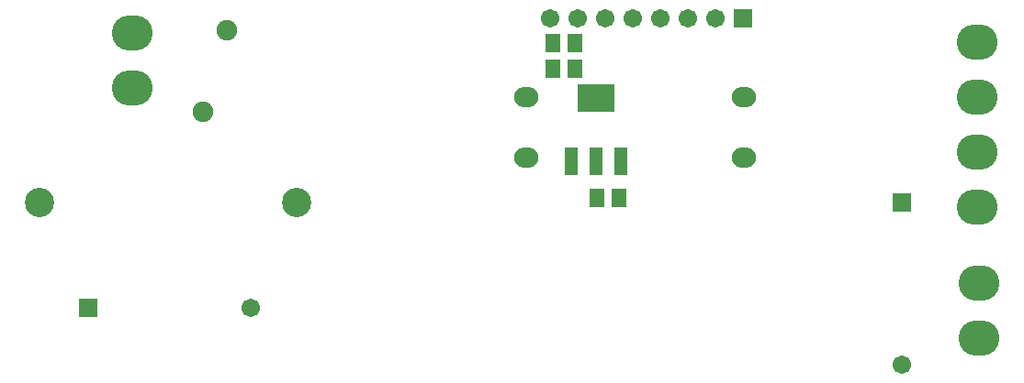
<source format=gbs>
G04 Layer_Color=16711935*
%FSLAX44Y44*%
%MOMM*%
G71*
G01*
G75*
%ADD55R,1.4732X1.8034*%
%ADD68C,1.7032*%
%ADD69R,1.7032X1.7032*%
%ADD70O,2.2352X1.8542*%
%ADD71O,3.7592X3.2512*%
%ADD72R,1.7032X1.7032*%
%ADD73C,2.7032*%
%ADD74C,1.9032*%
%ADD75R,1.2032X2.6032*%
%ADD76R,3.5032X2.6032*%
D55*
X494792Y-42418D02*
D03*
X515112D02*
D03*
X535432Y-184912D02*
D03*
X555752D02*
D03*
X494792Y-65786D02*
D03*
X515112D02*
D03*
D68*
X816102Y-339414D02*
D03*
X492252Y-19558D02*
D03*
X517652D02*
D03*
X543052D02*
D03*
X568452D02*
D03*
X593852D02*
D03*
X619252D02*
D03*
X644652D02*
D03*
X216224Y-287274D02*
D03*
D69*
X816102Y-189414D02*
D03*
D70*
X470230Y-148082D02*
D03*
X670230D02*
D03*
X470230Y-91948D02*
D03*
X670230D02*
D03*
D71*
X887222Y-314452D02*
D03*
Y-263652D02*
D03*
X885190Y-193548D02*
D03*
Y-41148D02*
D03*
Y-91948D02*
D03*
Y-142748D02*
D03*
X106680Y-83566D02*
D03*
Y-32766D02*
D03*
D72*
X670052Y-19558D02*
D03*
X66224Y-287274D02*
D03*
D73*
X258196Y-189738D02*
D03*
X20696D02*
D03*
D74*
X171450Y-105410D02*
D03*
X193450Y-30410D02*
D03*
D75*
X556908Y-151384D02*
D03*
X533908Y-151384D02*
D03*
X510908Y-151384D02*
D03*
D76*
X533908Y-93384D02*
D03*
M02*

</source>
